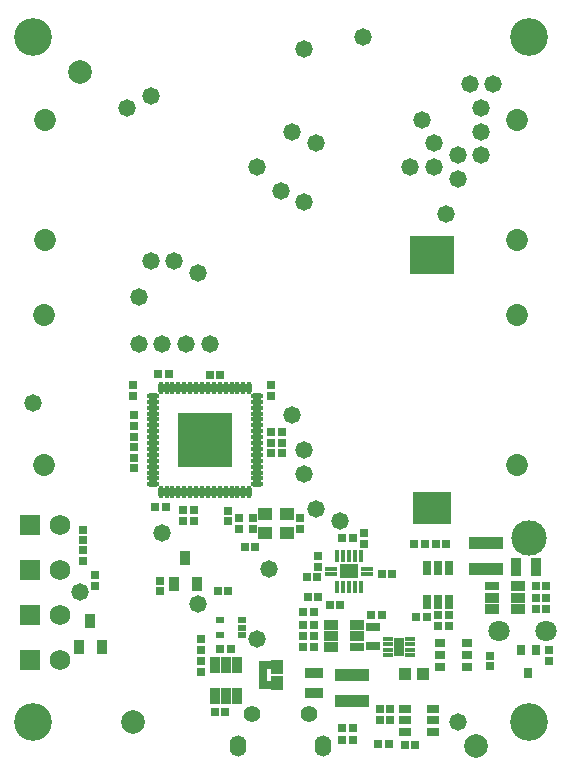
<source format=gbs>
G04*
G04 #@! TF.GenerationSoftware,Altium Limited,Altium Designer,21.2.2 (38)*
G04*
G04 Layer_Color=16711935*
%FSLAX44Y44*%
%MOMM*%
G71*
G04*
G04 #@! TF.SameCoordinates,7819C684-4886-4163-8357-BFC2EAAA6F51*
G04*
G04*
G04 #@! TF.FilePolarity,Negative*
G04*
G01*
G75*
%ADD70R,0.7532X0.7532*%
%ADD73R,1.0032X1.0032*%
%ADD74C,2.0000*%
%ADD76R,0.7532X0.7532*%
%ADD100R,1.1532X0.7532*%
%ADD109C,3.0032*%
%ADD110C,1.7272*%
%ADD111R,1.7272X1.7272*%
%ADD112C,1.8532*%
%ADD113C,1.4032*%
G04:AMPARAMS|DCode=114|XSize=1.4032mm|YSize=1.8032mm|CornerRadius=0.7016mm|HoleSize=0mm|Usage=FLASHONLY|Rotation=180.000|XOffset=0mm|YOffset=0mm|HoleType=Round|Shape=RoundedRectangle|*
%AMROUNDEDRECTD114*
21,1,1.4032,0.4000,0,0,180.0*
21,1,0.0000,1.8032,0,0,180.0*
1,1,1.4032,0.0000,0.2000*
1,1,1.4032,0.0000,0.2000*
1,1,1.4032,0.0000,-0.2000*
1,1,1.4032,0.0000,-0.2000*
%
%ADD114ROUNDEDRECTD114*%
%ADD115C,3.2032*%
%ADD116C,1.8032*%
%ADD179R,0.8532X1.2632*%
%ADD180C,1.4732*%
%ADD181R,1.1032X0.4432*%
%ADD182R,0.4432X1.1032*%
%ADD183R,1.6032X1.2032*%
%ADD184R,2.9032X1.0032*%
%ADD185R,1.2632X0.8532*%
%ADD186R,1.2632X0.8032*%
%ADD187R,0.6032X1.2032*%
%ADD188R,0.5032X1.2032*%
%ADD189R,0.5032X0.8032*%
%ADD190R,0.7432X1.0032*%
%ADD191R,0.9032X1.5032*%
%ADD192R,0.8032X1.2532*%
%ADD193R,0.7632X0.8532*%
%ADD194R,0.9032X0.4532*%
%ADD195R,0.8432X1.5732*%
%ADD196R,3.8032X3.2032*%
%ADD197R,3.2032X2.8032*%
%ADD198R,0.8232X1.4232*%
%ADD199R,0.7032X0.6032*%
%ADD200O,0.4532X1.0532*%
%ADD201O,1.0532X0.4532*%
%ADD202R,4.5532X4.5532*%
%ADD203R,1.2032X1.1032*%
%ADD204R,1.5032X0.9032*%
%ADD205R,0.9022X0.7112*%
%ADD206R,1.0032X0.7532*%
D70*
X92609Y155249D02*
D03*
Y164249D02*
D03*
X82753Y194014D02*
D03*
Y203014D02*
D03*
X383500Y130500D02*
D03*
Y121500D02*
D03*
X393000Y130500D02*
D03*
Y121500D02*
D03*
X148000Y150750D02*
D03*
Y159750D02*
D03*
X126000Y263750D02*
D03*
Y254750D02*
D03*
X214750Y203750D02*
D03*
Y212750D02*
D03*
X167250Y210250D02*
D03*
Y219250D02*
D03*
X281500Y171500D02*
D03*
Y180500D02*
D03*
X205500Y219000D02*
D03*
Y210000D02*
D03*
X226500Y212750D02*
D03*
Y203750D02*
D03*
X266500Y203750D02*
D03*
Y212750D02*
D03*
X427750Y96250D02*
D03*
Y87250D02*
D03*
X182250Y101250D02*
D03*
Y110250D02*
D03*
X182250Y82750D02*
D03*
Y91750D02*
D03*
X242250Y316250D02*
D03*
Y325250D02*
D03*
X177000Y210250D02*
D03*
Y219250D02*
D03*
X82753Y176500D02*
D03*
Y185500D02*
D03*
X126000Y272750D02*
D03*
Y281750D02*
D03*
X126000Y290750D02*
D03*
Y299750D02*
D03*
X125250Y325250D02*
D03*
Y316250D02*
D03*
X320750Y199750D02*
D03*
Y190750D02*
D03*
X477250Y100750D02*
D03*
Y91750D02*
D03*
D73*
X371000Y80500D02*
D03*
X355000D02*
D03*
D74*
X125000Y40000D02*
D03*
X415565Y20000D02*
D03*
X80000Y590000D02*
D03*
D76*
X146499Y335011D02*
D03*
X155499D02*
D03*
X241999Y267511D02*
D03*
X250999D02*
D03*
X278000Y133000D02*
D03*
X269000D02*
D03*
X311000Y35250D02*
D03*
X302000D02*
D03*
X466000Y154875D02*
D03*
X475000D02*
D03*
X475000Y145375D02*
D03*
X466000D02*
D03*
X475000Y135965D02*
D03*
X466000D02*
D03*
X390250Y190500D02*
D03*
X381250D02*
D03*
X372000Y190500D02*
D03*
X363000D02*
D03*
X373750Y129250D02*
D03*
X364750D02*
D03*
X327000Y131000D02*
D03*
X336000D02*
D03*
X205750Y151000D02*
D03*
X196750D02*
D03*
X272000Y162750D02*
D03*
X281000D02*
D03*
X198750Y101500D02*
D03*
X207750D02*
D03*
X199000Y333750D02*
D03*
X190000D02*
D03*
X273000Y146250D02*
D03*
X282000D02*
D03*
X242000Y285750D02*
D03*
X251000D02*
D03*
X251000Y276500D02*
D03*
X242000D02*
D03*
X144000Y222500D02*
D03*
X153000D02*
D03*
X269000Y103250D02*
D03*
X278000D02*
D03*
X269000Y112750D02*
D03*
X278000D02*
D03*
Y122250D02*
D03*
X269000D02*
D03*
X194250Y48750D02*
D03*
X203250D02*
D03*
X228750Y188500D02*
D03*
X219750D02*
D03*
X344500Y165000D02*
D03*
X335500D02*
D03*
X291500Y139250D02*
D03*
X300500D02*
D03*
X311250Y196000D02*
D03*
X302250D02*
D03*
X334000Y41500D02*
D03*
X343000D02*
D03*
X334000Y51000D02*
D03*
X343000D02*
D03*
X311000Y24750D02*
D03*
X302000D02*
D03*
X364000Y20250D02*
D03*
X355000D02*
D03*
X341750Y21250D02*
D03*
X332750D02*
D03*
D100*
X328250Y104750D02*
D03*
Y120750D02*
D03*
D109*
X460000Y196250D02*
D03*
D110*
X63208Y92744D02*
D03*
X63208Y130844D02*
D03*
X63208Y168944D02*
D03*
X63208Y207044D02*
D03*
D111*
X37808Y92744D02*
D03*
X37808Y130844D02*
D03*
X37808Y168944D02*
D03*
X37808Y207044D02*
D03*
D112*
X50570Y448090D02*
D03*
Y549690D02*
D03*
X50000Y257590D02*
D03*
Y384590D02*
D03*
X450570Y448090D02*
D03*
Y549690D02*
D03*
X450500Y257590D02*
D03*
Y384590D02*
D03*
D113*
X274250Y46500D02*
D03*
X225750D02*
D03*
D114*
X213750Y20000D02*
D03*
X286250D02*
D03*
D115*
X40000Y40000D02*
D03*
X460000D02*
D03*
X40000Y620000D02*
D03*
X460000D02*
D03*
D116*
X435000Y117000D02*
D03*
X475000D02*
D03*
D179*
X98500Y103880D02*
D03*
X79500D02*
D03*
X89000Y125880D02*
D03*
X169500Y178500D02*
D03*
X160000Y156500D02*
D03*
X179000D02*
D03*
D180*
X40000Y310000D02*
D03*
X320000Y620000D02*
D03*
X430000Y580000D02*
D03*
X130000Y360000D02*
D03*
X150000D02*
D03*
X170000D02*
D03*
X190000D02*
D03*
X410000Y580000D02*
D03*
X420000Y560000D02*
D03*
Y540000D02*
D03*
Y520000D02*
D03*
X380000Y530000D02*
D03*
Y510000D02*
D03*
X400000Y520000D02*
D03*
Y500000D02*
D03*
X180000Y140000D02*
D03*
X140000Y570000D02*
D03*
X120000Y560000D02*
D03*
X300000Y210000D02*
D03*
X270000Y250000D02*
D03*
X260000Y300000D02*
D03*
X240000Y170000D02*
D03*
X80000Y150000D02*
D03*
X150000Y200000D02*
D03*
X230000Y110000D02*
D03*
X260000Y540000D02*
D03*
X250000Y490000D02*
D03*
X270000Y610000D02*
D03*
X270000Y270000D02*
D03*
X270000Y480000D02*
D03*
X370000Y550000D02*
D03*
X390000Y470000D02*
D03*
X360000Y510000D02*
D03*
X280000Y530000D02*
D03*
X130000Y400000D02*
D03*
X140000Y430000D02*
D03*
X160000Y430000D02*
D03*
X180000Y420000D02*
D03*
X230000Y510000D02*
D03*
X400000Y40000D02*
D03*
X280000Y220000D02*
D03*
D181*
X323500Y170000D02*
D03*
Y165000D02*
D03*
X292500Y170000D02*
D03*
Y165000D02*
D03*
D182*
X298000Y154500D02*
D03*
X303000D02*
D03*
X313000D02*
D03*
X318000D02*
D03*
Y180500D02*
D03*
X313000D02*
D03*
X298000D02*
D03*
X303000D02*
D03*
X308000D02*
D03*
Y154500D02*
D03*
D183*
Y167500D02*
D03*
D184*
X423750Y169750D02*
D03*
Y191750D02*
D03*
X310750Y79500D02*
D03*
Y57500D02*
D03*
D185*
X451181Y154875D02*
D03*
Y135875D02*
D03*
X429181D02*
D03*
Y145375D02*
D03*
X451181D02*
D03*
X292500Y112750D02*
D03*
X314500D02*
D03*
Y122250D02*
D03*
X292500D02*
D03*
Y103250D02*
D03*
D186*
X429181Y154875D02*
D03*
X314500Y103250D02*
D03*
D187*
X249750Y73500D02*
D03*
D188*
X244250Y86500D02*
D03*
X249250D02*
D03*
X244250Y73500D02*
D03*
D189*
X239250Y88500D02*
D03*
X234250D02*
D03*
X239250Y71500D02*
D03*
X234250D02*
D03*
D190*
X235450Y80000D02*
D03*
D191*
X449250Y171500D02*
D03*
X466250D02*
D03*
D192*
X374000Y170250D02*
D03*
X383500D02*
D03*
X393000D02*
D03*
Y141750D02*
D03*
X383500D02*
D03*
X374000D02*
D03*
D193*
X459750Y81750D02*
D03*
X453550Y100750D02*
D03*
X465950D02*
D03*
D194*
X341250Y110250D02*
D03*
Y105750D02*
D03*
Y101250D02*
D03*
Y96750D02*
D03*
X359750D02*
D03*
Y101250D02*
D03*
Y110250D02*
D03*
Y105750D02*
D03*
D195*
X350500Y103500D02*
D03*
D196*
X378000Y435251D02*
D03*
D197*
Y221251D02*
D03*
D198*
X213250Y62150D02*
D03*
Y88350D02*
D03*
X194250D02*
D03*
Y62150D02*
D03*
X203750Y88350D02*
D03*
Y62150D02*
D03*
D199*
X217500Y120000D02*
D03*
Y113500D02*
D03*
Y126500D02*
D03*
X198500D02*
D03*
Y113500D02*
D03*
D200*
X223500Y234500D02*
D03*
X218500D02*
D03*
X213500D02*
D03*
X208500D02*
D03*
X203500D02*
D03*
X198500D02*
D03*
X193500D02*
D03*
X188500D02*
D03*
X183500D02*
D03*
X178500D02*
D03*
X173500D02*
D03*
X168500D02*
D03*
X163500D02*
D03*
X158500D02*
D03*
X153500D02*
D03*
X148500D02*
D03*
Y323000D02*
D03*
X153500D02*
D03*
X158500D02*
D03*
X163500D02*
D03*
X168500D02*
D03*
X173500D02*
D03*
X178500D02*
D03*
X183500D02*
D03*
X188500D02*
D03*
X193500D02*
D03*
X198500D02*
D03*
X203500D02*
D03*
X208500D02*
D03*
X213500D02*
D03*
X218500D02*
D03*
X223500D02*
D03*
D201*
X141750Y241250D02*
D03*
Y246250D02*
D03*
Y251250D02*
D03*
Y256250D02*
D03*
Y261250D02*
D03*
Y266250D02*
D03*
Y271250D02*
D03*
Y276250D02*
D03*
Y281250D02*
D03*
Y286250D02*
D03*
Y291250D02*
D03*
Y296250D02*
D03*
Y301250D02*
D03*
Y306250D02*
D03*
Y311250D02*
D03*
Y316250D02*
D03*
X230250D02*
D03*
Y311250D02*
D03*
Y306250D02*
D03*
Y301250D02*
D03*
Y296250D02*
D03*
Y291250D02*
D03*
Y286250D02*
D03*
Y281250D02*
D03*
Y276250D02*
D03*
Y271250D02*
D03*
Y266250D02*
D03*
Y261250D02*
D03*
Y256250D02*
D03*
Y251250D02*
D03*
Y246250D02*
D03*
Y241250D02*
D03*
D202*
X186000Y278750D02*
D03*
D203*
X255750Y216000D02*
D03*
X237250D02*
D03*
X255750Y200500D02*
D03*
X237250D02*
D03*
D204*
X278750Y64750D02*
D03*
Y81750D02*
D03*
D205*
X384870Y86650D02*
D03*
X408130D02*
D03*
Y106850D02*
D03*
X384870D02*
D03*
Y96750D02*
D03*
X408130D02*
D03*
D206*
X379000Y41500D02*
D03*
Y51000D02*
D03*
Y32000D02*
D03*
X355000D02*
D03*
Y41500D02*
D03*
Y51000D02*
D03*
M02*

</source>
